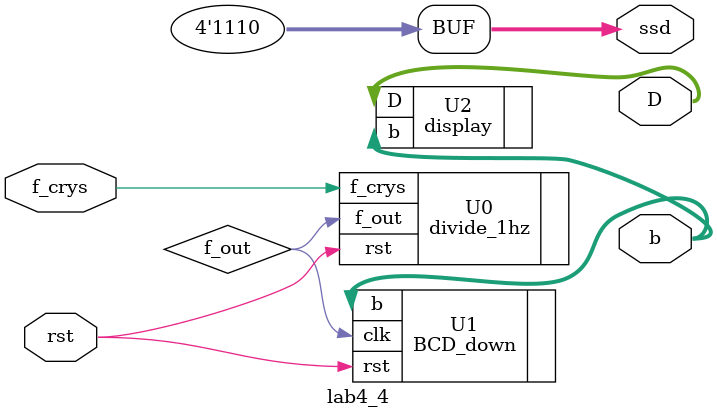
<source format=v>
`timescale 1ns / 1ps


module lab4_4(rst, b, D, ssd, f_crys);
input rst;
input f_crys;
output [3:0]b;
output [7:0]D;
output [3:0]ssd;

wire [3:0]b;
wire f_out;

divide_1hz U0(.f_crys(f_crys),.rst(rst),.f_out(f_out));
BCD_down U1(.clk(f_out),.rst(rst),.b(b));
display U2(.b(b),.D(D));

assign ssd = 4'b1110;

endmodule

</source>
